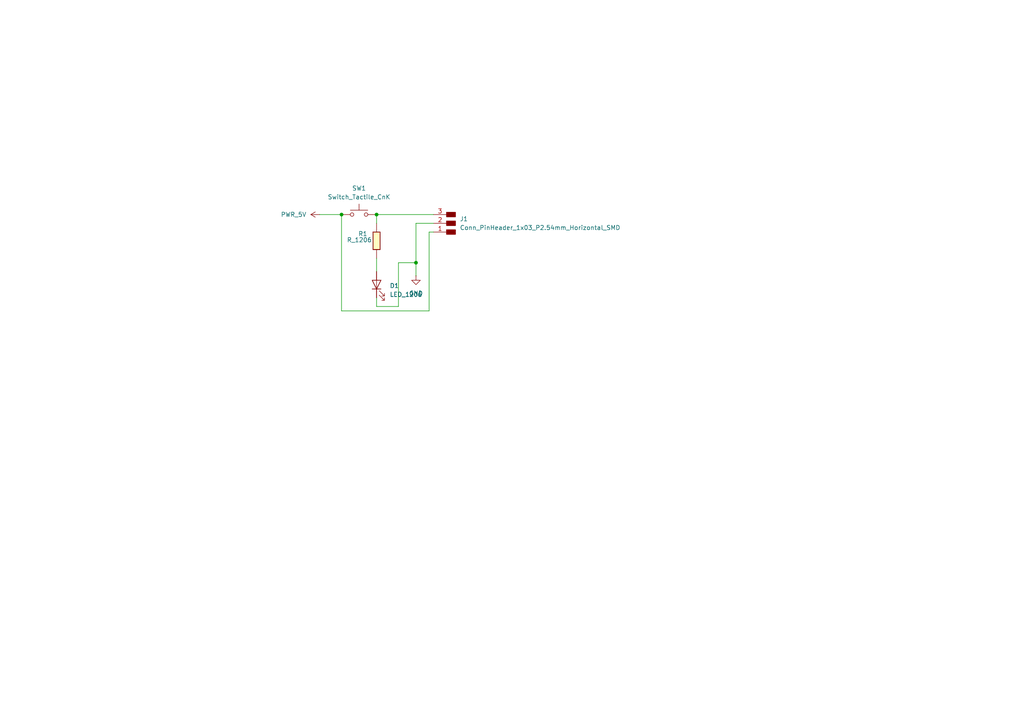
<source format=kicad_sch>
(kicad_sch (version 20231120) (generator "eeschema") (generator_version "8.0")
  (paper "A4")
  (lib_symbols
    (symbol "Fab:Conn_PinHeader_1x03_P2.54mm_Horizontal_SMD" (pin_names hide)
      (property "Reference" "J" (at 0 5.08 0))
      (property "Value" "Conn_PinHeader_1x03_P2.54mm_Horizontal_SMD" (at 0 -5.08 0))
      (symbol "Conn_PinHeader_1x03_P2.54mm_Horizontal_SMD_1_1"
        (rectangle (start -1.27 -1.905) (end 1.27 -3.175) (stroke (width 0.254)) (fill (type outline)))
        (rectangle (start -1.27 0.635) (end 1.27 -0.635) (stroke (width 0.254)) (fill (type outline)))
        (rectangle (start -1.27 3.175) (end 1.27 1.905) (stroke (width 0.254)) (fill (type outline)))
        (pin passive line (at 5.08 2.54 180) (length 3.81) (name "Pin_1") (number "1"))
        (pin passive line (at 5.08 0 180) (length 3.81) (name "Pin_2") (number "2"))
        (pin passive line (at 5.08 -2.54 180) (length 3.81) (name "Pin_3") (number "3"))
      )
    )
    (symbol "Fab:LED_1206" (pin_numbers hide) (pin_names (offset 1.016) hide)
      (property "Reference" "D" (at 0 2.54 0))
      (property "Value" "LED_1206" (at 0 -2.54 0))
      (symbol "LED_1206_0_1"
        (polyline (pts (xy -1.27 -1.27) (xy -1.27 1.27)) (stroke (width 0.2032)))
        (polyline (pts (xy -1.27 0) (xy 1.27 0)))
        (polyline (pts (xy 1.27 -1.27) (xy 1.27 1.27) (xy -1.27 0) (xy 1.27 -1.27)) (stroke (width 0.2032)))
        (polyline (pts (xy -3.048 -0.762) (xy -4.572 -2.286) (xy -3.81 -2.286) (xy -4.572 -2.286) (xy -4.572 -1.524)))
        (polyline (pts (xy -1.778 -0.762) (xy -3.302 -2.286) (xy -2.54 -2.286) (xy -3.302 -2.286) (xy -3.302 -1.524)))
      )
      (symbol "LED_1206_1_1"
        (pin passive line (at -3.81 0 0) (length 2.54) (name "K") (number "1"))
        (pin passive line (at 3.81 0 180) (length 2.54) (name "A") (number "2"))
      )
    )
    (symbol "Fab:PWR_5V" (power) (pin_names (offset 0))
      (property "Value" "PWR_5V" (at 0 3.556 0))
      (symbol "PWR_5V_0_1"
        (polyline (pts (xy -0.762 1.27) (xy 0 2.54)))
        (polyline (pts (xy 0 0) (xy 0 2.54)))
        (polyline (pts (xy 0 2.54) (xy 0.762 1.27)))
      )
      (symbol "PWR_5V_1_1"
        (pin power_in line (at 0 0 90) (length 0) hide (name "PWR_5V") (number "1"))
      )
    )
    (symbol "Fab:R_1206" (pin_numbers hide) (pin_names (offset 0))
      (property "Reference" "R" (at 2.54 0 90))
      (property "Value" "R_1206" (at -2.54 0 90))
      (symbol "R_1206_0_1"
        (rectangle (start -1.016 -2.54) (end 1.016 2.54) (stroke (width 0.254)) (fill (type background)))
      )
      (symbol "R_1206_1_1"
        (pin passive line (at 0 5.08 270) (length 2.54) (name "~") (number "1"))
        (pin passive line (at 0 -5.08 90) (length 2.54) (name "~") (number "2"))
      )
    )
    (symbol "Fab:Switch_Tactile_CnK" (pin_numbers hide) (pin_names (offset 1.016) hide)
      (property "Reference" "SW" (at 1.27 3.81 0))
      (property "Value" "Switch_Tactile_CnK" (at 0 0 0))
      (symbol "Switch_Tactile_CnK_0_1"
        (circle (center -2.032 0) (radius 0.508))
        (polyline (pts (xy 0 1.27) (xy 0 3.048)))
        (polyline (pts (xy 2.54 1.27) (xy -2.54 1.27)))
        (circle (center 2.032 0) (radius 0.508))
        (pin passive line (at -5.08 0 0) (length 2.54) (name "1") (number "1"))
        (pin passive line (at 5.08 0 180) (length 2.54) (name "2") (number "2"))
      )
    )
    (symbol "power:GND" (power) (pin_numbers hide) (pin_names (offset 0) hide)
      (property "Value" "GND" (at 0 -3.81 0))
      (symbol "GND_0_1"
        (polyline (pts (xy 0 0) (xy 0 -1.27) (xy 1.27 -1.27) (xy 0 -2.54) (xy -1.27 -1.27) (xy 0 -1.27)))
      )
      (symbol "GND_1_1"
        (pin power_in line (at 0 0 270) (length 0) (name "~") (number "1"))
      )
    )
  )
  (junction (at 109.22 62.23))
  (junction (at 120.65 76.2))
  (junction (at 99.06 62.23))
  (wire (pts (xy 99.06 62.23) (xy 99.06 90.17)))
  (wire (pts (xy 109.22 88.9) (xy 115.57 88.9)))
  (wire (pts (xy 109.22 62.23) (xy 109.22 64.77)))
  (wire (pts (xy 124.46 67.31) (xy 125.73 67.31)))
  (wire (pts (xy 120.65 64.77) (xy 120.65 76.2)))
  (wire (pts (xy 115.57 76.2) (xy 115.57 88.9)))
  (wire (pts (xy 120.65 76.2) (xy 115.57 76.2)))
  (wire (pts (xy 92.71 62.23) (xy 99.06 62.23)))
  (wire (pts (xy 99.06 90.17) (xy 124.46 90.17)))
  (wire (pts (xy 124.46 67.31) (xy 124.46 90.17)))
  (wire (pts (xy 109.22 86.36) (xy 109.22 88.9)))
  (wire (pts (xy 109.22 62.23) (xy 125.73 62.23)))
  (wire (pts (xy 109.22 74.93) (xy 109.22 78.74)))
  (wire (pts (xy 120.65 80.01) (xy 120.65 76.2)))
  (wire (pts (xy 120.65 64.77) (xy 125.73 64.77)))
  (symbol (lib_id "Fab:LED_1206") (at 109.22 82.55 90) (unit 1)
    (property "Reference" "D1" (at 113.03 82.8801 90) (effects (justify right)))
    (property "Value" "LED_1206" (at 113.03 85.4201 90) (effects (justify right)))
    (property "Footprint" "fab:LED_1206" (effects (hide yes)))
    (property "Datasheet" "https://optoelectronics.liteon.com/upload/download/DS-22-98-0002/LTST-C150CKT.pdf" (effects (hide yes)))
    (property "Description" "Light emitting diode, Lite-On Inc. LTST, SMD" (effects (hide yes)))
  )
  (symbol (lib_id "Fab:PWR_5V") (at 92.71 62.23 90) (unit 1)
    (property "Reference" "#PWR01" (effects (hide yes)))
    (property "Value" "PWR_5V" (at 88.9 62.2299 90) (effects (justify left)))
    (property "Description" "Power symbol creates a global label with name \"+5V\"" (effects (hide yes)))
  )
  (symbol (lib_id "Fab:Switch_Tactile_CnK") (at 104.14 62.23 0) (unit 1)
    (property "Reference" "SW1" (at 104.14 54.61 0))
    (property "Value" "Switch_Tactile_CnK" (at 104.14 57.15 0))
    (property "Footprint" "fab:Button_CnK_PTS636.0_6x3.5mm" (effects (hide yes)))
    (property "Datasheet" "https://www.ckswitches.com/media/2779/pts636.pdf" (effects (hide yes)))
    (property "Description" "Push button switch, C&K PTS636 SM25F SMTR LFS, Tactile Switch SPST-NO Top Actuated Surface Mount" (effects (hide yes)))
  )
  (symbol (lib_id "Fab:Conn_PinHeader_1x03_P2.54mm_Horizontal_SMD") (at 130.81 64.77 180) (unit 1)
    (property "Reference" "J1" (at 133.35 63.4999 0) (effects (justify right)))
    (property "Value" "Conn_PinHeader_1x03_P2.54mm_Horizontal_SMD" (at 133.35 66.0399 0) (effects (justify right)))
    (property "Footprint" "fab:PinHeader_1x03_P2.54mm_Horizontal_SMD" (effects (hide yes)))
    (property "Description" "Male connector, single row" (effects (hide yes)))
  )
  (symbol (lib_id "power:GND") (at 120.65 80.01 0) (unit 1)
    (property "Reference" "#PWR02" (effects (hide yes)))
    (property "Value" "GND" (at 120.65 85.09 0))
    (property "Description" "Power symbol creates a global label with name \"GND\" , ground" (effects (hide yes)))
  )
  (symbol (lib_id "Fab:R_1206") (at 109.22 69.85 0) (unit 1)
    (property "Reference" "R1" (at 103.886 67.818 0) (effects (justify left)))
    (property "Value" "R_1206" (at 100.584 69.596 0) (effects (justify left)))
    (property "Footprint" "fab:R_1206" (effects (hide yes)))
    (property "Description" "Resistor" (effects (hide yes)))
  )
)
</source>
